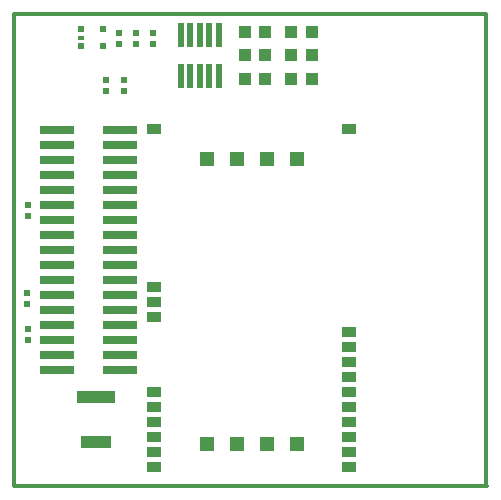
<source format=gbp>
%FSLAX44Y44*%
%MOMM*%
G71*
G01*
G75*
G04 Layer_Color=128*
%ADD10O,2.4000X0.7500*%
%ADD11O,0.7500X2.4000*%
%ADD12R,0.6200X0.5000*%
%ADD13R,1.0000X1.1000*%
%ADD14R,0.4000X0.8000*%
%ADD15R,2.0000X2.2000*%
%ADD16R,1.1500X0.6500*%
%ADD17R,0.8000X0.5400*%
%ADD18R,1.3000X0.4500*%
%ADD19R,1.7000X1.3400*%
%ADD20R,1.7000X1.4000*%
%ADD21R,0.6000X0.6200*%
%ADD22R,1.5000X1.6000*%
%ADD23R,5.0000X1.9000*%
%ADD24P,0.8485X4X180.0*%
%ADD25C,0.2032*%
%ADD26C,0.2000*%
%ADD27C,0.7500*%
%ADD28C,0.3000*%
%ADD29C,0.5000*%
%ADD30C,0.1800*%
%ADD31C,0.8000*%
%ADD32C,1.2000*%
%ADD33C,1.0000*%
%ADD34R,5.0000X4.0000*%
%ADD35R,5.0000X4.0000*%
%ADD36C,3.0000*%
%ADD37C,1.0000*%
%ADD38R,1.0000X1.0000*%
%ADD39C,0.6100*%
%ADD40C,0.6000*%
%ADD41C,1.2700*%
%ADD42C,0.6350*%
%ADD43R,2.8700X0.7110*%
%ADD44R,1.1000X1.0000*%
%ADD45R,0.5000X2.1300*%
%ADD46R,3.2000X1.0000*%
%ADD47R,2.6000X1.0000*%
%ADD48R,1.2000X0.9000*%
%ADD49R,1.2700X1.2700*%
%ADD50R,0.5000X0.5000*%
%ADD51R,0.5000X0.4000*%
%ADD52C,0.2500*%
%ADD53C,0.1524*%
%ADD54C,0.2540*%
%ADD55C,0.1499*%
%ADD56O,2.6032X0.9532*%
%ADD57O,0.9532X2.6032*%
%ADD58R,0.8232X0.7032*%
%ADD59R,1.2032X1.3032*%
%ADD60R,0.6032X1.0032*%
%ADD61R,2.2032X2.4032*%
%ADD62R,1.3532X0.8532*%
%ADD63R,1.0032X0.7432*%
%ADD64R,1.5032X0.6532*%
%ADD65R,1.9032X1.5432*%
%ADD66R,1.9032X1.6032*%
%ADD67R,0.8032X0.8232*%
%ADD68R,1.7032X1.8032*%
%ADD69R,5.2032X2.1032*%
%ADD70P,1.1359X4X180.0*%
%ADD71C,3.2032*%
%ADD72C,1.2032*%
%ADD73R,1.2032X1.2032*%
%ADD74C,0.8132*%
%ADD75C,0.8032*%
%ADD76C,1.4732*%
%ADD77R,3.0732X0.9142*%
%ADD78R,1.3032X1.2032*%
%ADD79R,0.7032X2.3332*%
%ADD80R,3.4032X1.2032*%
%ADD81R,2.8032X1.2032*%
%ADD82R,1.4032X1.1032*%
%ADD83R,1.4732X1.4732*%
%ADD84R,0.7032X0.7032*%
%ADD85R,0.7032X0.6032*%
D21*
X89154Y374368D02*
D03*
Y383568D02*
D03*
X117860Y374368D02*
D03*
Y383568D02*
D03*
X103380Y374368D02*
D03*
Y383568D02*
D03*
X93476Y343690D02*
D03*
Y334490D02*
D03*
X78236D02*
D03*
Y343690D02*
D03*
X11684Y238026D02*
D03*
Y228826D02*
D03*
X11680Y153896D02*
D03*
Y163096D02*
D03*
X11684Y123416D02*
D03*
Y132616D02*
D03*
D28*
X0Y400000D02*
X400000D01*
X0D02*
X400000D01*
X0Y-0D02*
Y400000D01*
Y-0D02*
X400000D01*
Y400000D01*
Y-0D02*
Y400000D01*
X762Y-254D02*
X400762D01*
D43*
X90370Y111100D02*
D03*
Y123800D02*
D03*
Y136500D02*
D03*
Y149200D02*
D03*
Y161900D02*
D03*
Y174600D02*
D03*
Y187300D02*
D03*
Y200000D02*
D03*
Y212700D02*
D03*
Y225400D02*
D03*
Y238100D02*
D03*
Y250800D02*
D03*
Y263500D02*
D03*
Y276200D02*
D03*
Y288900D02*
D03*
Y301600D02*
D03*
X36270Y111100D02*
D03*
Y301600D02*
D03*
Y288900D02*
D03*
Y276200D02*
D03*
Y263500D02*
D03*
Y250800D02*
D03*
Y238100D02*
D03*
Y225400D02*
D03*
Y212700D02*
D03*
Y200000D02*
D03*
Y187300D02*
D03*
Y174600D02*
D03*
Y161900D02*
D03*
Y149200D02*
D03*
Y136500D02*
D03*
Y123800D02*
D03*
Y98400D02*
D03*
X90370D02*
D03*
D44*
X195716Y384810D02*
D03*
X212716D02*
D03*
X195770Y364744D02*
D03*
X212770D02*
D03*
X195716Y344678D02*
D03*
X212716D02*
D03*
X235140Y384810D02*
D03*
X252140D02*
D03*
X235140Y364744D02*
D03*
X252140D02*
D03*
X235140Y344678D02*
D03*
X252140D02*
D03*
D45*
X141478Y347218D02*
D03*
X149478D02*
D03*
X157478D02*
D03*
X165478D02*
D03*
X173478D02*
D03*
X141478Y381918D02*
D03*
X149478D02*
D03*
X157478D02*
D03*
X165478D02*
D03*
X173478D02*
D03*
D46*
X69596Y75070D02*
D03*
D47*
Y37070D02*
D03*
D48*
X118618Y143256D02*
D03*
Y28956D02*
D03*
Y168656D02*
D03*
Y155956D02*
D03*
X283718Y16256D02*
D03*
Y28956D02*
D03*
Y41656D02*
D03*
Y54356D02*
D03*
Y67056D02*
D03*
Y79756D02*
D03*
Y92456D02*
D03*
Y105156D02*
D03*
Y117856D02*
D03*
Y130556D02*
D03*
Y301955D02*
D03*
X118618D02*
D03*
Y79756D02*
D03*
Y67056D02*
D03*
Y54356D02*
D03*
Y41656D02*
D03*
Y16256D02*
D03*
D49*
X163424Y276453D02*
D03*
X188722Y276555D02*
D03*
X214122Y276453D02*
D03*
X239522D02*
D03*
Y35458D02*
D03*
X214122Y35560D02*
D03*
X188722Y35458D02*
D03*
X163424D02*
D03*
D50*
X57294Y372230D02*
D03*
Y387230D02*
D03*
X75294D02*
D03*
Y372230D02*
D03*
D51*
X57294Y379730D02*
D03*
M02*

</source>
